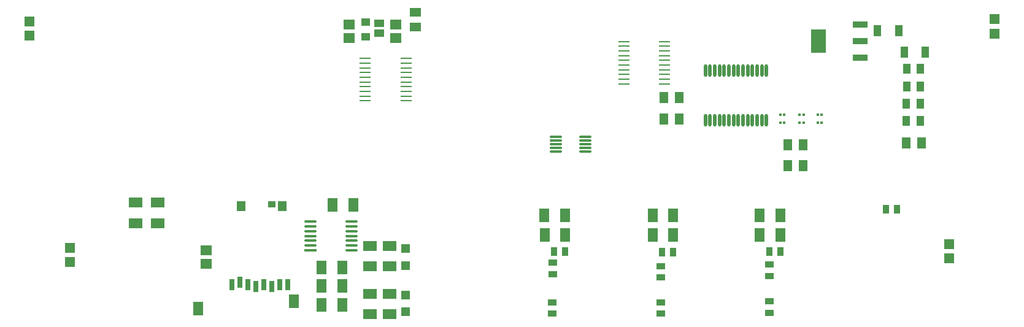
<source format=gbp>
G04*
G04 #@! TF.GenerationSoftware,Altium Limited,Altium Designer,20.2.5 (213)*
G04*
G04 Layer_Color=128*
%FSLAX44Y44*%
%MOMM*%
G71*
G04*
G04 #@! TF.SameCoordinates,F2EF3DC7-CE59-478A-9F64-9A272EA7E262*
G04*
G04*
G04 #@! TF.FilePolarity,Positive*
G04*
G01*
G75*
%ADD28R,1.9100X1.3700*%
%ADD86R,0.9549X1.2621*%
%ADD87R,1.4621X1.3549*%
G04:AMPARAMS|DCode=88|XSize=1.6554mm|YSize=0.3808mm|CornerRadius=0.1904mm|HoleSize=0mm|Usage=FLASHONLY|Rotation=0.000|XOffset=0mm|YOffset=0mm|HoleType=Round|Shape=RoundedRectangle|*
%AMROUNDEDRECTD88*
21,1,1.6554,0.0000,0,0,0.0*
21,1,1.2747,0.3808,0,0,0.0*
1,1,0.3808,0.6373,0.0000*
1,1,0.3808,-0.6373,0.0000*
1,1,0.3808,-0.6373,0.0000*
1,1,0.3808,0.6373,0.0000*
%
%ADD88ROUNDEDRECTD88*%
%ADD89R,1.6554X0.3808*%
%ADD90R,0.8000X1.5000*%
%ADD91R,1.3000X1.4000*%
%ADD92R,1.0000X0.9500*%
%ADD93R,1.4000X1.9000*%
%ADD94R,1.2065X1.5082*%
%ADD95O,1.7000X0.3000*%
%ADD96R,1.5000X1.4000*%
%ADD98R,1.1500X1.1500*%
%ADD99R,1.0065X1.4082*%
%ADD100R,0.3800X0.4000*%
%ADD101R,1.3500X1.1000*%
%ADD102R,1.3700X1.9100*%
%ADD103R,1.0500X1.6000*%
%ADD104R,2.1500X0.9500*%
%ADD105O,0.4500X1.8000*%
%ADD106R,1.2621X0.9549*%
%ADD107R,2.1500X3.2500*%
%ADD108R,1.5082X1.2065*%
%ADD109R,1.2500X1.0000*%
%ADD120R,1.5500X0.2500*%
D28*
X-169647Y-242263D02*
D03*
Y-270683D02*
D03*
X-197209Y-242263D02*
D03*
Y-270683D02*
D03*
X-169647Y-176133D02*
D03*
Y-204553D02*
D03*
X-197209Y-176133D02*
D03*
Y-204553D02*
D03*
X-489615Y-144816D02*
D03*
Y-116396D02*
D03*
X-520000Y-145085D02*
D03*
Y-116665D02*
D03*
D86*
X514855Y-126075D02*
D03*
X530368D02*
D03*
X205946Y-185348D02*
D03*
X221459D02*
D03*
X56946Y-184348D02*
D03*
X72459D02*
D03*
X354446D02*
D03*
X369959D02*
D03*
D87*
X602149Y-174179D02*
D03*
Y-193692D02*
D03*
X664737Y136346D02*
D03*
Y116833D02*
D03*
X-610860Y-178737D02*
D03*
Y-198250D02*
D03*
X-666398Y113914D02*
D03*
Y133427D02*
D03*
D88*
X-222246Y-182061D02*
D03*
Y-175561D02*
D03*
Y-169061D02*
D03*
Y-162561D02*
D03*
Y-156061D02*
D03*
Y-149561D02*
D03*
Y-143061D02*
D03*
X-278754D02*
D03*
Y-149561D02*
D03*
Y-156061D02*
D03*
Y-162561D02*
D03*
Y-169061D02*
D03*
Y-175561D02*
D03*
D89*
Y-182061D02*
D03*
D90*
X-309900Y-230161D02*
D03*
X-320900D02*
D03*
X-331900Y-232161D02*
D03*
X-342900Y-230161D02*
D03*
X-353900Y-232161D02*
D03*
X-364900Y-230161D02*
D03*
X-375900Y-226161D02*
D03*
X-386900Y-230161D02*
D03*
D91*
X-318000Y-121561D02*
D03*
X-375000D02*
D03*
D92*
X-331900Y-119311D02*
D03*
D93*
X-302000Y-253061D02*
D03*
X-433500Y-263061D02*
D03*
D94*
X564033Y-34159D02*
D03*
X543015D02*
D03*
X229509Y-1625D02*
D03*
X208491D02*
D03*
X229509Y28000D02*
D03*
X208491D02*
D03*
X379491Y-66000D02*
D03*
X400509D02*
D03*
X379491Y-37000D02*
D03*
X400509D02*
D03*
D95*
X100500Y-46000D02*
D03*
Y-41000D02*
D03*
X59500Y-46000D02*
D03*
Y-41000D02*
D03*
Y-36000D02*
D03*
Y-31000D02*
D03*
Y-26000D02*
D03*
X100500Y-36000D02*
D03*
Y-31000D02*
D03*
Y-26000D02*
D03*
D96*
X-422500Y-201061D02*
D03*
Y-182061D02*
D03*
X-161000Y129500D02*
D03*
Y110500D02*
D03*
X-225500Y129500D02*
D03*
Y110500D02*
D03*
D98*
X-147798Y-179848D02*
D03*
Y-203348D02*
D03*
Y-267348D02*
D03*
Y-243848D02*
D03*
D99*
X543968Y67801D02*
D03*
X562985D02*
D03*
X543968Y43801D02*
D03*
X562985D02*
D03*
X543459Y20176D02*
D03*
X562476D02*
D03*
X543459Y-3449D02*
D03*
X562476D02*
D03*
D100*
X375100Y-6287D02*
D03*
X369480D02*
D03*
X401810D02*
D03*
X396190D02*
D03*
Y4713D02*
D03*
X401810D02*
D03*
X426620Y-6287D02*
D03*
X421000D02*
D03*
Y4713D02*
D03*
X426620D02*
D03*
X369480Y5000D02*
D03*
X375100D02*
D03*
D101*
X-184042Y117000D02*
D03*
Y131000D02*
D03*
D102*
X-263710Y-206561D02*
D03*
X-235290D02*
D03*
X-263710Y-231561D02*
D03*
X-235290D02*
D03*
Y-257561D02*
D03*
X-263710D02*
D03*
X-248210Y-120000D02*
D03*
X-219790D02*
D03*
X340790Y-161311D02*
D03*
X44164Y-161685D02*
D03*
X193080Y-161311D02*
D03*
Y-134311D02*
D03*
X221500D02*
D03*
X43790D02*
D03*
X72210D02*
D03*
X340790D02*
D03*
X369210D02*
D03*
X221500Y-161311D02*
D03*
X72584Y-161685D02*
D03*
X369210Y-161311D02*
D03*
D103*
X540250Y91250D02*
D03*
X569750D02*
D03*
X532750Y121000D02*
D03*
X503250D02*
D03*
D104*
X480000Y83000D02*
D03*
Y129000D02*
D03*
Y106000D02*
D03*
D105*
X318048Y65287D02*
D03*
X331048Y-2713D02*
D03*
X266048Y65287D02*
D03*
X272548D02*
D03*
X279048D02*
D03*
X285548D02*
D03*
X292048D02*
D03*
X298548D02*
D03*
X305047D02*
D03*
X311548D02*
D03*
X324548D02*
D03*
X331048D02*
D03*
X337548D02*
D03*
X344048D02*
D03*
X350548D02*
D03*
X266048Y-2713D02*
D03*
X272548D02*
D03*
X279048D02*
D03*
X285548D02*
D03*
X292048D02*
D03*
X298548D02*
D03*
X305047D02*
D03*
X311548D02*
D03*
X318048D02*
D03*
X324548D02*
D03*
X337548D02*
D03*
X344048D02*
D03*
X350548D02*
D03*
D106*
X55500Y-199554D02*
D03*
Y-215067D02*
D03*
X55000Y-270067D02*
D03*
Y-254554D02*
D03*
X204658D02*
D03*
Y-270067D02*
D03*
X204658Y-204554D02*
D03*
Y-220067D02*
D03*
X354452Y-217854D02*
D03*
Y-202341D02*
D03*
Y-268604D02*
D03*
Y-253091D02*
D03*
D107*
X422000Y106000D02*
D03*
D108*
X-133989Y146409D02*
D03*
Y125391D02*
D03*
D109*
X-203000Y112516D02*
D03*
Y132516D02*
D03*
D120*
X153798Y47287D02*
D03*
X153798Y53787D02*
D03*
Y60287D02*
D03*
X153798Y66787D02*
D03*
Y73287D02*
D03*
X153798Y79787D02*
D03*
Y86287D02*
D03*
X153798Y92787D02*
D03*
Y99287D02*
D03*
X153798Y105787D02*
D03*
X209798Y47287D02*
D03*
X209797Y53787D02*
D03*
Y60287D02*
D03*
X209798Y66787D02*
D03*
Y73287D02*
D03*
X209797Y79787D02*
D03*
Y86287D02*
D03*
X209798Y92787D02*
D03*
Y99287D02*
D03*
X209797Y105787D02*
D03*
X-203250Y23750D02*
D03*
Y30250D02*
D03*
Y36750D02*
D03*
Y43250D02*
D03*
Y49750D02*
D03*
Y56250D02*
D03*
Y62750D02*
D03*
Y69250D02*
D03*
Y75750D02*
D03*
Y82250D02*
D03*
X-147250Y23750D02*
D03*
Y30250D02*
D03*
Y36750D02*
D03*
Y43250D02*
D03*
Y49750D02*
D03*
Y56250D02*
D03*
Y62750D02*
D03*
Y69250D02*
D03*
Y75750D02*
D03*
Y82250D02*
D03*
M02*

</source>
